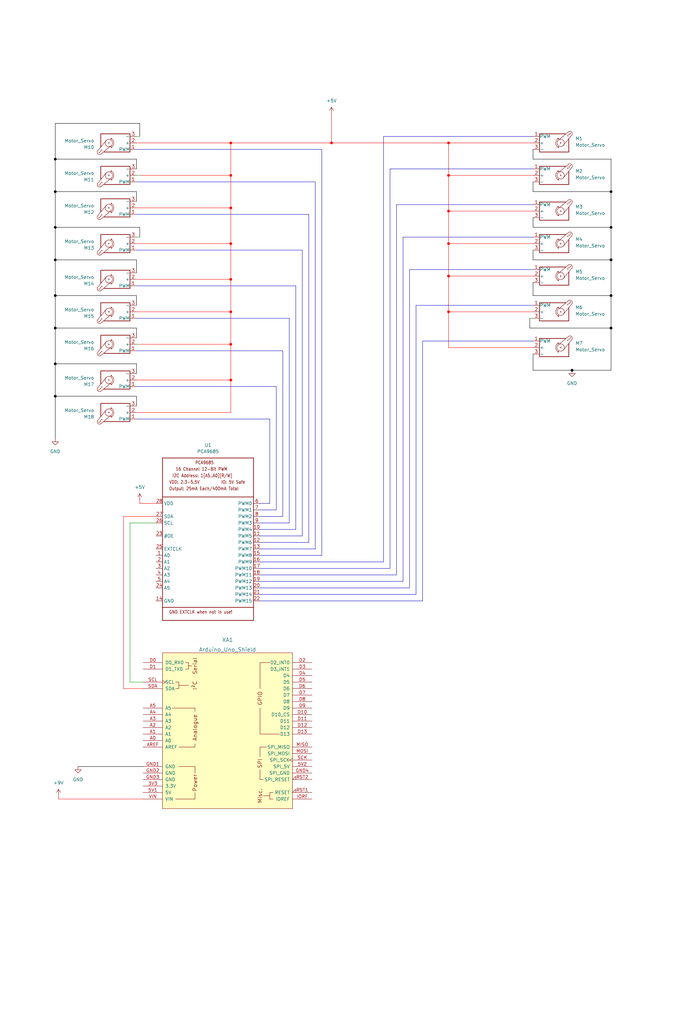
<source format=kicad_sch>
(kicad_sch (version 20211123) (generator eeschema)
  (paper "User" 270.002 399.999)
  (lib_symbols
    (symbol "Motor:Motor_Servo" (pin_names (offset 0.0254))
      (property "Reference" "M" (at -5.08 4.445 0))
      (property "Value" "Motor_Servo" (at -5.08 -4.064 0))
      (symbol "Motor_Servo_0_1"
        (polyline (pts (xy 2.413 -1.778) (xy 2.032 -1.778)))
        (polyline (pts (xy 2.413 -1.778) (xy 2.286 -1.397)))
        (polyline (pts (xy 2.413 1.778) (xy 1.905 1.778)))
        (polyline (pts (xy 2.413 1.778) (xy 2.286 1.397)))
        (polyline (pts (xy 6.35 4.445) (xy 2.54 1.27)))
        (polyline (pts (xy 7.62 3.175) (xy 4.191 -1.016)))
        (polyline (pts (xy 5.08 3.556) (xy -5.08 3.556) (xy -5.08 -3.556) (xy 6.35 -3.556) (xy 6.35 1.524)) (stroke (width 0.254)))
        (arc (start 2.413 1.778) (mid 1.2406 0) (end 2.413 -1.778))
        (circle (center 3.175 0) (radius 0.1778))
        (circle (center 3.175 0) (radius 1.4224))
        (circle (center 5.969 2.794) (radius 0.127))
        (circle (center 6.477 3.302) (radius 0.127))
        (circle (center 6.985 3.81) (radius 0.127))
        (arc (start 7.62 3.175) (mid 7.4485 4.2735) (end 6.35 4.445))
      )
      (symbol "Motor_Servo_1_1"
        (pin passive line (at -7.62 2.54 0) (length 2.54) (name "PWM") (number "1"))
        (pin passive line (at -7.62 0 0) (length 2.54) (name "+") (number "2"))
        (pin passive line (at -7.62 -2.54 0) (length 2.54) (name "-") (number "3"))
      )
    )
    (symbol "PWM:PCA9685"
      (property "Reference" "U" (at 0 0 0))
      (property "Value" "PCA9685" (at 0 0 0))
      (symbol "PCA9685_1_0"
        (polyline (pts (xy -16.51 1.27) (xy -16.51 6.35)) (stroke (width 0.254)))
        (polyline (pts (xy -16.51 6.35) (xy -16.51 49.53)) (stroke (width 0.254)))
        (polyline (pts (xy -16.51 6.35) (xy 19.05 6.35)) (stroke (width 0.254)))
        (polyline (pts (xy -16.51 49.53) (xy -16.51 64.77)) (stroke (width 0.254)))
        (polyline (pts (xy -16.51 49.53) (xy 19.05 49.53)) (stroke (width 0.254)))
        (polyline (pts (xy -16.51 64.77) (xy 19.05 64.77)) (stroke (width 0.254)))
        (polyline (pts (xy 19.05 1.27) (xy -16.51 1.27)) (stroke (width 0.254)))
        (polyline (pts (xy 19.05 49.53) (xy 19.05 1.27)) (stroke (width 0.254)))
        (polyline (pts (xy 19.05 49.53) (xy 19.05 64.77)) (stroke (width 0.254)))
        (text "16 Channel 12-Bit PWM" (at -11.43 59.69 0) (effects (font (size 1.27 1.0795)) (justify left bottom)))
        (text "GND EXTCLK when not in use!" (at -13.97 3.81 0) (effects (font (size 1.27 1.0795)) (justify left bottom)))
        (text "I2C Address: 1[A5..A0][R/W]" (at -12.7 57.15 0) (effects (font (size 1.27 1.0795)) (justify left bottom)))
        (text "IO: 5V Safe" (at 6.35 54.61 0) (effects (font (size 1.27 1.0795)) (justify left bottom)))
        (text "Output: 25mA Each/400mA Total" (at -13.97 52.07 0) (effects (font (size 1.27 1.0795)) (justify left bottom)))
        (text "PCA9685" (at -3.81 62.23 0) (effects (font (size 1.27 1.0795)) (justify left bottom)))
        (text "VDD: 2.3-5.5V" (at -13.97 54.61 0) (effects (font (size 1.27 1.0795)) (justify left bottom)))
        (pin bidirectional line (at -19.05 26.67 0) (length 2.54) (name "A0") (number "1"))
        (pin output line (at 21.59 36.83 180) (length 2.54) (name "PWM4") (number "10"))
        (pin output line (at 21.59 34.29 180) (length 2.54) (name "PWM5") (number "11"))
        (pin output line (at 21.59 31.75 180) (length 2.54) (name "PWM6") (number "12"))
        (pin output line (at 21.59 29.21 180) (length 2.54) (name "PWM7") (number "13"))
        (pin power_in line (at -19.05 8.89 0) (length 2.54) (name "GND") (number "14"))
        (pin output line (at 21.59 26.67 180) (length 2.54) (name "PWM8") (number "15"))
        (pin output line (at 21.59 24.13 180) (length 2.54) (name "PWM9") (number "16"))
        (pin output line (at 21.59 21.59 180) (length 2.54) (name "PWM10") (number "17"))
        (pin output line (at 21.59 19.05 180) (length 2.54) (name "PWM11") (number "18"))
        (pin output line (at 21.59 16.51 180) (length 2.54) (name "PWM12") (number "19"))
        (pin bidirectional line (at -19.05 24.13 0) (length 2.54) (name "A1") (number "2"))
        (pin output line (at 21.59 13.97 180) (length 2.54) (name "PWM13") (number "20"))
        (pin output line (at 21.59 11.43 180) (length 2.54) (name "PWM14") (number "21"))
        (pin output line (at 21.59 8.89 180) (length 2.54) (name "PWM15") (number "22"))
        (pin input line (at -19.05 34.29 0) (length 2.54) (name "#OE") (number "23"))
        (pin bidirectional line (at -19.05 13.97 0) (length 2.54) (name "A5") (number "24"))
        (pin input line (at -19.05 29.21 0) (length 2.54) (name "EXTCLK") (number "25"))
        (pin bidirectional line (at -19.05 39.37 0) (length 2.54) (name "SCL") (number "26"))
        (pin bidirectional line (at -19.05 41.91 0) (length 2.54) (name "SDA") (number "27"))
        (pin power_in line (at -19.05 46.99 0) (length 2.54) (name "VDD") (number "28"))
        (pin bidirectional line (at -19.05 21.59 0) (length 2.54) (name "A2") (number "3"))
        (pin bidirectional line (at -19.05 19.05 0) (length 2.54) (name "A3") (number "4"))
        (pin bidirectional line (at -19.05 16.51 0) (length 2.54) (name "A4") (number "5"))
        (pin output line (at 21.59 46.99 180) (length 2.54) (name "PWM0") (number "6"))
        (pin output line (at 21.59 44.45 180) (length 2.54) (name "PWM1") (number "7"))
        (pin output line (at 21.59 41.91 180) (length 2.54) (name "PWM2") (number "8"))
        (pin output line (at 21.59 39.37 180) (length 2.54) (name "PWM3") (number "9"))
      )
    )
    (symbol "arduino:Arduino_Uno_Shield" (pin_names (offset 1.016))
      (property "Reference" "XA" (at 2.54 0 90))
      (property "Value" "Arduino_Uno_Shield" (at -2.54 0 90))
      (symbol "Arduino_Uno_Shield_0_0"
        (rectangle (start -25.4 30.48) (end 25.4 -30.48) (fill (type background)))
        (rectangle (start -20.32 -26.67) (end -12.7 -26.67))
        (rectangle (start -19.05 -13.97) (end -12.7 -13.97))
        (polyline (pts (xy -19.05 17.78) (xy -15.24 17.78)))
        (polyline (pts (xy -15.24 25.4) (xy -13.97 25.4)))
        (polyline (pts (xy -12.7 -26.67) (xy -12.7 -24.13)))
        (polyline (pts (xy -12.7 -15.24) (xy -12.7 -16.51)))
        (polyline (pts (xy -12.7 -13.97) (xy -12.7 -15.24)))
        (polyline (pts (xy -12.7 -5.08) (xy -12.7 -6.35) (xy -19.05 -6.35)))
        (polyline (pts (xy -12.7 7.62) (xy -12.7 8.89) (xy -21.59 8.89)))
        (polyline (pts (xy 12.7 8.89) (xy 12.7 -1.27) (xy 20.32 -1.27)))
        (polyline (pts (xy 12.7 16.51) (xy 12.7 26.67) (xy 16.51 26.67)))
        (polyline (pts (xy -20.32 19.05) (xy -19.05 19.05) (xy -19.05 16.51) (xy -20.32 16.51)))
        (polyline (pts (xy -16.51 26.67) (xy -15.24 26.67) (xy -15.24 24.13) (xy -16.51 24.13)))
        (rectangle (start 12.7 -19.05) (end 12.7 -15.24))
        (rectangle (start 12.7 -10.16) (end 12.7 -6.35))
        (rectangle (start 13.97 -19.05) (end 12.7 -19.05))
        (rectangle (start 15.24 -6.35) (end 12.7 -6.35))
        (rectangle (start 16.51 -25.4) (end 13.97 -25.4))
        (rectangle (start 16.51 -24.13) (end 16.51 -26.67))
        (rectangle (start 17.78 -26.67) (end 16.51 -26.67))
        (rectangle (start 17.78 -24.13) (end 16.51 -24.13))
        (text "Analogue" (at -12.7 1.27 900) (effects (font (size 1.524 1.524))))
        (text "I²C" (at -12.7 17.78 900) (effects (font (size 1.524 1.524))))
        (text "Misc." (at 12.7 -25.4 900) (effects (font (size 1.524 1.524))))
        (text "Power" (at -12.7 -20.32 900) (effects (font (size 1.524 1.524))))
        (text "Serial" (at -12.7 25.4 900) (effects (font (size 1.524 1.524))))
        (text "SPI" (at 12.7 -12.7 900) (effects (font (size 1.524 1.524))))
      )
      (symbol "Arduino_Uno_Shield_1_0"
        (text "GPIO" (at 12.7 12.7 900) (effects (font (size 1.524 1.524))))
      )
      (symbol "Arduino_Uno_Shield_1_1"
        (pin power_out line (at -33.02 -21.59 0) (length 7.62) (name "3.3V") (number "3V3"))
        (pin power_in line (at -33.02 -24.13 0) (length 7.62) (name "5V") (number "5V1"))
        (pin power_in line (at 33.02 -13.97 180) (length 7.62) (name "SPI_5V") (number "5V2"))
        (pin bidirectional line (at -33.02 -3.81 0) (length 7.62) (name "A0") (number "A0"))
        (pin bidirectional line (at -33.02 -1.27 0) (length 7.62) (name "A1") (number "A1"))
        (pin bidirectional line (at -33.02 1.27 0) (length 7.62) (name "A2") (number "A2"))
        (pin bidirectional line (at -33.02 3.81 0) (length 7.62) (name "A3") (number "A3"))
        (pin bidirectional line (at -33.02 6.35 0) (length 7.62) (name "A4") (number "A4"))
        (pin bidirectional line (at -33.02 8.89 0) (length 7.62) (name "A5") (number "A5"))
        (pin input line (at -33.02 -6.35 0) (length 7.62) (name "AREF") (number "AREF"))
        (pin bidirectional line (at -33.02 26.67 0) (length 7.62) (name "D0_RX0") (number "D0"))
        (pin bidirectional line (at -33.02 24.13 0) (length 7.62) (name "D1_TX0") (number "D1"))
        (pin bidirectional line (at 33.02 6.35 180) (length 7.62) (name "D10_CS") (number "D10"))
        (pin bidirectional line (at 33.02 3.81 180) (length 7.62) (name "D11") (number "D11"))
        (pin bidirectional line (at 33.02 1.27 180) (length 7.62) (name "D12") (number "D12"))
        (pin bidirectional line (at 33.02 -1.27 180) (length 7.62) (name "D13") (number "D13"))
        (pin bidirectional line (at 33.02 26.67 180) (length 7.62) (name "D2_INT0") (number "D2"))
        (pin bidirectional line (at 33.02 24.13 180) (length 7.62) (name "D3_INT1") (number "D3"))
        (pin bidirectional line (at 33.02 21.59 180) (length 7.62) (name "D4") (number "D4"))
        (pin bidirectional line (at 33.02 19.05 180) (length 7.62) (name "D5") (number "D5"))
        (pin bidirectional line (at 33.02 16.51 180) (length 7.62) (name "D6") (number "D6"))
        (pin bidirectional line (at 33.02 13.97 180) (length 7.62) (name "D7") (number "D7"))
        (pin bidirectional line (at 33.02 11.43 180) (length 7.62) (name "D8") (number "D8"))
        (pin bidirectional line (at 33.02 8.89 180) (length 7.62) (name "D9") (number "D9"))
        (pin power_in line (at -33.02 -13.97 0) (length 7.62) (name "GND") (number "GND1"))
        (pin power_in line (at -33.02 -16.51 0) (length 7.62) (name "GND") (number "GND2"))
        (pin power_in line (at -33.02 -19.05 0) (length 7.62) (name "GND") (number "GND3"))
        (pin power_in line (at 33.02 -16.51 180) (length 7.62) (name "SPI_GND") (number "GND4"))
        (pin output line (at 33.02 -26.67 180) (length 7.62) (name "IOREF") (number "IORF"))
        (pin input line (at 33.02 -6.35 180) (length 7.62) (name "SPI_MISO") (number "MISO"))
        (pin output line (at 33.02 -8.89 180) (length 7.62) (name "SPI_MOSI") (number "MOSI"))
        (pin open_collector input_low (at 33.02 -24.13 180) (length 7.62) (name "RESET") (number "RST1"))
        (pin open_collector input_low (at 33.02 -19.05 180) (length 7.62) (name "SPI_RESET") (number "RST2"))
        (pin output clock (at 33.02 -11.43 180) (length 7.62) (name "SPI_SCK") (number "SCK"))
        (pin bidirectional clock (at -33.02 19.05 0) (length 7.62) (name "SCL") (number "SCL"))
        (pin bidirectional line (at -33.02 16.51 0) (length 7.62) (name "SDA") (number "SDA"))
        (pin power_in line (at -33.02 -26.67 0) (length 7.62) (name "VIN") (number "VIN"))
      )
    )
    (symbol "power:+5V" (power) (pin_names (offset 0))
      (property "Value" "+5V" (at 0 3.556 0))
      (symbol "+5V_0_1"
        (polyline (pts (xy -0.762 1.27) (xy 0 2.54)))
        (polyline (pts (xy 0 0) (xy 0 2.54)))
        (polyline (pts (xy 0 2.54) (xy 0.762 1.27)))
      )
      (symbol "+5V_1_1"
        (pin power_in line (at 0 0 90) (length 0) hide (name "+5V") (number "1"))
      )
    )
    (symbol "power:+9V" (power) (pin_names (offset 0))
      (property "Value" "+9V" (at 0 3.556 0))
      (symbol "+9V_0_1"
        (polyline (pts (xy -0.762 1.27) (xy 0 2.54)))
        (polyline (pts (xy 0 0) (xy 0 2.54)))
        (polyline (pts (xy 0 2.54) (xy 0.762 1.27)))
      )
      (symbol "+9V_1_1"
        (pin power_in line (at 0 0 90) (length 0) hide (name "+9V") (number "1"))
      )
    )
    (symbol "power:GND" (power) (pin_names (offset 0))
      (property "Value" "GND" (at 0 -3.81 0))
      (symbol "GND_0_1"
        (polyline (pts (xy 0 0) (xy 0 -1.27) (xy 1.27 -1.27) (xy 0 -2.54) (xy -1.27 -1.27) (xy 0 -1.27)))
      )
      (symbol "GND_1_1"
        (pin power_in line (at 0 0 270) (length 0) hide (name "GND") (number "1"))
      )
    )
  )
  (junction (at 90.17 109.22) (color 255 0 0 1))
  (junction (at 90.17 148.59) (color 255 0 0 1))
  (junction (at 21.59 128.27) (color 0 0 0 1))
  (junction (at 129.54 55.88) (color 255 0 0 1))
  (junction (at 90.17 134.62) (color 255 0 0 1))
  (junction (at 175.26 55.88) (color 255 0 0 1))
  (junction (at 238.76 74.93) (color 0 0 0 1))
  (junction (at 90.17 55.88) (color 255 0 0 1))
  (junction (at 90.17 95.25) (color 255 0 0 1))
  (junction (at 21.59 88.9) (color 0 0 0 1))
  (junction (at 21.59 101.6) (color 0 0 0 1))
  (junction (at 238.76 88.9) (color 0 0 0 1))
  (junction (at 223.52 144.78) (color 0 0 0 1))
  (junction (at 175.26 68.58) (color 255 0 0 1))
  (junction (at 90.17 68.58) (color 255 0 0 1))
  (junction (at 21.59 74.93) (color 0 0 0 1))
  (junction (at 21.59 62.23) (color 0 0 0 1))
  (junction (at 175.26 121.92) (color 255 0 0 1))
  (junction (at 238.76 101.6) (color 0 0 0 1))
  (junction (at 238.76 128.27) (color 0 0 0 1))
  (junction (at 21.59 154.94) (color 0 0 0 1))
  (junction (at 175.26 82.55) (color 255 0 0 1))
  (junction (at 90.17 81.28) (color 255 0 0 1))
  (junction (at 21.59 142.24) (color 0 0 0 1))
  (junction (at 175.26 95.25) (color 255 0 0 1))
  (junction (at 175.26 107.95) (color 255 0 0 1))
  (junction (at 90.17 121.92) (color 255 0 0 1))
  (junction (at 21.59 115.57) (color 0 0 0 1))
  (junction (at 238.76 115.57) (color 0 0 0 1))
  (wire (pts (xy 101.6 217.17) (xy 125.73 217.17)) (stroke (width 0) (color 0 0 194 1)))
  (wire (pts (xy 21.59 62.23) (xy 21.59 74.93)) (stroke (width 0) (color 0 0 0 1)))
  (wire (pts (xy 175.26 95.25) (xy 175.26 107.95)) (stroke (width 0) (color 255 0 0 1)))
  (wire (pts (xy 53.34 148.59) (xy 90.17 148.59)) (stroke (width 0) (color 255 0 0 1)))
  (wire (pts (xy 21.59 48.26) (xy 21.59 62.23)) (stroke (width 0) (color 0 0 0 1)))
  (wire (pts (xy 101.6 214.63) (xy 123.19 214.63)) (stroke (width 0) (color 0 0 194 1)))
  (wire (pts (xy 53.34 92.71) (xy 54.61 92.71)))
  (wire (pts (xy 207.01 124.46) (xy 207.01 128.27)) (stroke (width 0) (color 0 0 0 1)))
  (wire (pts (xy 208.28 119.38) (xy 162.56 119.38)) (stroke (width 0) (color 0 0 194 1)))
  (wire (pts (xy 90.17 134.62) (xy 90.17 121.92)) (stroke (width 0) (color 255 0 0 1)))
  (wire (pts (xy 105.41 163.83) (xy 53.34 163.83)) (stroke (width 0) (color 0 0 194 1)))
  (wire (pts (xy 175.26 82.55) (xy 175.26 95.25)) (stroke (width 0) (color 255 0 0 1)))
  (wire (pts (xy 208.28 68.58) (xy 175.26 68.58)) (stroke (width 0) (color 255 0 0 1)))
  (wire (pts (xy 101.6 196.85) (xy 105.41 196.85)) (stroke (width 0) (color 0 0 194 1)))
  (wire (pts (xy 208.28 62.23) (xy 238.76 62.23)) (stroke (width 0) (color 0 0 0 1)))
  (wire (pts (xy 238.76 115.57) (xy 238.76 128.27)) (stroke (width 0) (color 0 0 0 1)))
  (wire (pts (xy 53.34 132.08) (xy 53.34 128.27)) (stroke (width 0) (color 0 0 0 1)))
  (wire (pts (xy 60.96 201.93) (xy 48.26 201.93)) (stroke (width 0) (color 255 0 0 1)))
  (wire (pts (xy 53.34 106.68) (xy 53.34 101.6)) (stroke (width 0) (color 0 0 0 1)))
  (wire (pts (xy 54.61 134.62) (xy 53.34 134.62)))
  (wire (pts (xy 208.28 85.09) (xy 208.28 88.9)) (stroke (width 0) (color 0 0 0 1)))
  (wire (pts (xy 238.76 128.27) (xy 238.76 144.78)) (stroke (width 0) (color 0 0 0 1)))
  (wire (pts (xy 53.34 161.29) (xy 90.17 161.29)) (stroke (width 0) (color 255 0 0 1)))
  (wire (pts (xy 101.6 212.09) (xy 120.65 212.09)) (stroke (width 0) (color 0 0 194 1)))
  (wire (pts (xy 101.6 209.55) (xy 118.11 209.55)) (stroke (width 0) (color 0 0 194 1)))
  (wire (pts (xy 21.59 88.9) (xy 21.59 101.6)) (stroke (width 0) (color 0 0 0 1)))
  (wire (pts (xy 110.49 137.16) (xy 53.34 137.16)) (stroke (width 0) (color 0 0 194 1)))
  (wire (pts (xy 208.28 124.46) (xy 207.01 124.46)))
  (wire (pts (xy 208.28 115.57) (xy 238.76 115.57)) (stroke (width 0) (color 0 0 0 1)))
  (wire (pts (xy 90.17 68.58) (xy 90.17 55.88)) (stroke (width 0) (color 255 0 0 1)))
  (wire (pts (xy 175.26 107.95) (xy 175.26 121.92)) (stroke (width 0) (color 255 0 0 1)))
  (wire (pts (xy 21.59 88.9) (xy 54.61 88.9)) (stroke (width 0) (color 0 0 0 1)))
  (wire (pts (xy 113.03 124.46) (xy 53.34 124.46)) (stroke (width 0) (color 0 0 194 1)))
  (wire (pts (xy 54.61 92.71) (xy 54.61 88.9)) (stroke (width 0) (color 0 0 0 1)))
  (wire (pts (xy 110.49 201.93) (xy 110.49 137.16)) (stroke (width 0) (color 0 0 194 1)))
  (wire (pts (xy 90.17 161.29) (xy 90.17 148.59)) (stroke (width 0) (color 255 0 0 1)))
  (wire (pts (xy 21.59 74.93) (xy 21.59 88.9)) (stroke (width 0) (color 0 0 0 1)))
  (wire (pts (xy 101.6 234.95) (xy 165.1 234.95)) (stroke (width 0) (color 0 0 194 1)))
  (wire (pts (xy 152.4 66.04) (xy 208.28 66.04)) (stroke (width 0) (color 0 0 194 1)))
  (wire (pts (xy 175.26 107.95) (xy 208.28 107.95)) (stroke (width 0) (color 255 0 0 1)))
  (wire (pts (xy 223.52 144.78) (xy 208.28 144.78)) (stroke (width 0) (color 0 0 0 1)))
  (wire (pts (xy 90.17 109.22) (xy 90.17 95.25)) (stroke (width 0) (color 255 0 0 1)))
  (wire (pts (xy 90.17 68.58) (xy 54.61 68.58)) (stroke (width 0) (color 255 0 0 1)))
  (wire (pts (xy 208.28 58.42) (xy 208.28 62.23)) (stroke (width 0) (color 0 0 0 1)))
  (wire (pts (xy 21.59 62.23) (xy 53.34 62.23)) (stroke (width 0) (color 0 0 0 1)))
  (wire (pts (xy 208.28 88.9) (xy 238.76 88.9)) (stroke (width 0) (color 0 0 0 1)))
  (wire (pts (xy 21.59 154.94) (xy 21.59 171.45)) (stroke (width 0) (color 0 0 0 1)))
  (wire (pts (xy 101.6 201.93) (xy 110.49 201.93)) (stroke (width 0) (color 0 0 194 1)))
  (wire (pts (xy 53.34 81.28) (xy 90.17 81.28)) (stroke (width 0) (color 255 0 0 1)))
  (wire (pts (xy 53.34 78.74) (xy 53.34 74.93)) (stroke (width 0) (color 0 0 0 1)))
  (wire (pts (xy 50.8 266.7) (xy 55.88 266.7)))
  (wire (pts (xy 175.26 95.25) (xy 208.28 95.25)) (stroke (width 0) (color 255 0 0 1)))
  (wire (pts (xy 175.26 68.58) (xy 175.26 82.55)) (stroke (width 0) (color 255 0 0 1)))
  (wire (pts (xy 125.73 58.42) (xy 53.34 58.42)) (stroke (width 0) (color 0 0 194 1)))
  (wire (pts (xy 149.86 219.71) (xy 149.86 53.34)) (stroke (width 0) (color 0 0 194 1)))
  (wire (pts (xy 90.17 95.25) (xy 53.34 95.25)) (stroke (width 0) (color 255 0 0 1)))
  (wire (pts (xy 129.54 44.45) (xy 129.54 55.88)) (stroke (width 0) (color 255 0 0 1)))
  (wire (pts (xy 21.59 142.24) (xy 21.59 154.94)) (stroke (width 0) (color 0 0 0 1)))
  (wire (pts (xy 175.26 82.55) (xy 208.28 82.55)) (stroke (width 0) (color 255 0 0 1)))
  (wire (pts (xy 238.76 101.6) (xy 238.76 115.57)) (stroke (width 0) (color 0 0 0 1)))
  (wire (pts (xy 175.26 121.92) (xy 175.26 135.89)) (stroke (width 0) (color 255 0 0 1)))
  (wire (pts (xy 165.1 234.95) (xy 165.1 133.35)) (stroke (width 0) (color 0 0 194 1)))
  (wire (pts (xy 208.28 135.89) (xy 175.26 135.89)) (stroke (width 0) (color 255 0 0 1)))
  (wire (pts (xy 129.54 55.88) (xy 175.26 55.88)) (stroke (width 0) (color 255 0 0 1)))
  (wire (pts (xy 154.94 80.01) (xy 208.28 80.01)) (stroke (width 0) (color 0 0 194 1)))
  (wire (pts (xy 21.59 142.24) (xy 53.34 142.24)) (stroke (width 0) (color 0 0 0 1)))
  (wire (pts (xy 118.11 209.55) (xy 118.11 97.79)) (stroke (width 0) (color 0 0 194 1)))
  (wire (pts (xy 107.95 199.39) (xy 107.95 151.13)) (stroke (width 0) (color 0 0 194 1)))
  (wire (pts (xy 21.59 101.6) (xy 21.59 115.57)) (stroke (width 0) (color 0 0 0 1)))
  (wire (pts (xy 90.17 109.22) (xy 53.34 109.22)) (stroke (width 0) (color 255 0 0 1)))
  (wire (pts (xy 90.17 134.62) (xy 54.61 134.62)) (stroke (width 0) (color 255 0 0 1)))
  (wire (pts (xy 120.65 83.82) (xy 53.34 83.82)) (stroke (width 0) (color 0 0 194 1)))
  (wire (pts (xy 101.6 204.47) (xy 113.03 204.47)) (stroke (width 0) (color 0 0 194 1)))
  (wire (pts (xy 101.6 227.33) (xy 157.48 227.33)) (stroke (width 0) (color 0 0 194 1)))
  (wire (pts (xy 53.34 119.38) (xy 53.34 115.57)) (stroke (width 0) (color 0 0 0 1)))
  (wire (pts (xy 113.03 204.47) (xy 113.03 124.46)) (stroke (width 0) (color 0 0 194 1)))
  (wire (pts (xy 107.95 151.13) (xy 53.34 151.13)) (stroke (width 0) (color 0 0 194 1)))
  (wire (pts (xy 207.01 128.27) (xy 238.76 128.27)) (stroke (width 0) (color 0 0 0 1)))
  (wire (pts (xy 165.1 133.35) (xy 208.28 133.35)) (stroke (width 0) (color 0 0 194 1)))
  (wire (pts (xy 90.17 81.28) (xy 90.17 68.58)) (stroke (width 0) (color 255 0 0 1)))
  (wire (pts (xy 50.8 204.47) (xy 60.96 204.47)))
  (wire (pts (xy 162.56 232.41) (xy 101.6 232.41)) (stroke (width 0) (color 0 0 194 1)))
  (wire (pts (xy 53.34 146.05) (xy 53.34 142.24)) (stroke (width 0) (color 0 0 0 1)))
  (wire (pts (xy 208.28 74.93) (xy 238.76 74.93)) (stroke (width 0) (color 0 0 0 1)))
  (wire (pts (xy 123.19 214.63) (xy 123.19 71.12)) (stroke (width 0) (color 0 0 194 1)))
  (wire (pts (xy 115.57 207.01) (xy 115.57 111.76)) (stroke (width 0) (color 0 0 194 1)))
  (wire (pts (xy 30.48 299.72) (xy 55.88 299.72)) (stroke (width 0) (color 0 0 0 1)))
  (wire (pts (xy 90.17 121.92) (xy 53.34 121.92)) (stroke (width 0) (color 255 0 0 1)))
  (wire (pts (xy 21.59 101.6) (xy 53.34 101.6)) (stroke (width 0) (color 0 0 0 1)))
  (wire (pts (xy 54.61 68.58) (xy 53.34 68.58)))
  (wire (pts (xy 101.6 219.71) (xy 149.86 219.71)) (stroke (width 0) (color 0 0 194 1)))
  (wire (pts (xy 54.61 195.58) (xy 54.61 196.85)) (stroke (width 0) (color 255 0 0 1)))
  (wire (pts (xy 208.28 138.43) (xy 208.28 144.78)) (stroke (width 0) (color 0 0 0 1)))
  (wire (pts (xy 21.59 115.57) (xy 53.34 115.57)) (stroke (width 0) (color 0 0 0 1)))
  (wire (pts (xy 115.57 111.76) (xy 53.34 111.76)) (stroke (width 0) (color 0 0 194 1)))
  (wire (pts (xy 54.61 48.26) (xy 54.61 53.34)) (stroke (width 0) (color 0 0 0 1)))
  (wire (pts (xy 238.76 88.9) (xy 238.76 101.6)) (stroke (width 0) (color 0 0 0 1)))
  (wire (pts (xy 154.94 224.79) (xy 154.94 80.01)) (stroke (width 0) (color 0 0 194 1)))
  (wire (pts (xy 101.6 222.25) (xy 152.4 222.25)) (stroke (width 0) (color 0 0 194 1)))
  (wire (pts (xy 50.8 266.7) (xy 50.8 204.47)))
  (wire (pts (xy 90.17 55.88) (xy 53.34 55.88)) (stroke (width 0) (color 255 0 0 1)))
  (wire (pts (xy 238.76 144.78) (xy 223.52 144.78)) (stroke (width 0) (color 0 0 0 1)))
  (wire (pts (xy 101.6 199.39) (xy 107.95 199.39)) (stroke (width 0) (color 0 0 194 1)))
  (wire (pts (xy 120.65 212.09) (xy 120.65 83.82)) (stroke (width 0) (color 0 0 194 1)))
  (wire (pts (xy 21.59 115.57) (xy 21.59 128.27)) (stroke (width 0) (color 0 0 0 1)))
  (wire (pts (xy 53.34 53.34) (xy 54.61 53.34)))
  (wire (pts (xy 175.26 55.88) (xy 208.28 55.88)) (stroke (width 0) (color 255 0 0 1)))
  (wire (pts (xy 123.19 71.12) (xy 53.34 71.12)) (stroke (width 0) (color 0 0 194 1)))
  (wire (pts (xy 48.26 201.93) (xy 48.26 269.24)) (stroke (width 0) (color 255 0 0 1)))
  (wire (pts (xy 208.28 71.12) (xy 208.28 74.93)) (stroke (width 0) (color 0 0 0 1)))
  (wire (pts (xy 22.86 312.42) (xy 55.88 312.42)) (stroke (width 0) (color 255 0 0 1)))
  (wire (pts (xy 54.61 196.85) (xy 60.96 196.85)) (stroke (width 0) (color 255 0 0 1)))
  (wire (pts (xy 22.86 311.15) (xy 22.86 312.42)) (stroke (width 0) (color 255 0 0 1)))
  (wire (pts (xy 21.59 74.93) (xy 53.34 74.93)) (stroke (width 0) (color 0 0 0 1)))
  (wire (pts (xy 21.59 154.94) (xy 53.34 154.94)) (stroke (width 0) (color 0 0 0 1)))
  (wire (pts (xy 21.59 128.27) (xy 53.34 128.27)) (stroke (width 0) (color 0 0 0 1)))
  (wire (pts (xy 160.02 105.41) (xy 208.28 105.41)) (stroke (width 0) (color 0 0 194 1)))
  (wire (pts (xy 118.11 97.79) (xy 53.34 97.79)) (stroke (width 0) (color 0 0 194 1)))
  (wire (pts (xy 157.48 92.71) (xy 208.28 92.71)) (stroke (width 0) (color 0 0 194 1)))
  (wire (pts (xy 162.56 119.38) (xy 162.56 232.41)) (stroke (width 0) (color 0 0 194 1)))
  (wire (pts (xy 175.26 55.88) (xy 175.26 68.58)) (stroke (width 0) (color 255 0 0 1)))
  (wire (pts (xy 90.17 121.92) (xy 90.17 109.22)) (stroke (width 0) (color 255 0 0 1)))
  (wire (pts (xy 53.34 158.75) (xy 53.34 154.94)) (stroke (width 0) (color 0 0 0 1)))
  (wire (pts (xy 21.59 128.27) (xy 21.59 142.24)) (stroke (width 0) (color 0 0 0 1)))
  (wire (pts (xy 208.28 97.79) (xy 208.28 101.6)) (stroke (width 0) (color 0 0 0 1)))
  (wire (pts (xy 101.6 224.79) (xy 154.94 224.79)) (stroke (width 0) (color 0 0 194 1)))
  (wire (pts (xy 90.17 148.59) (xy 90.17 134.62)) (stroke (width 0) (color 255 0 0 1)))
  (wire (pts (xy 208.28 110.49) (xy 208.28 115.57)) (stroke (width 0) (color 0 0 0 1)))
  (wire (pts (xy 48.26 269.24) (xy 55.88 269.24)) (stroke (width 0) (color 255 0 0 1)))
  (wire (pts (xy 125.73 217.17) (xy 125.73 58.42)) (stroke (width 0) (color 0 0 194 1)))
  (wire (pts (xy 175.26 121.92) (xy 208.28 121.92)) (stroke (width 0) (color 255 0 0 1)))
  (wire (pts (xy 101.6 229.87) (xy 160.02 229.87)) (stroke (width 0) (color 0 0 194 1)))
  (wire (pts (xy 157.48 227.33) (xy 157.48 92.71)) (stroke (width 0) (color 0 0 194 1)))
  (wire (pts (xy 238.76 62.23) (xy 238.76 74.93)) (stroke (width 0) (color 0 0 0 1)))
  (wire (pts (xy 90.17 55.88) (xy 129.54 55.88)) (stroke (width 0) (color 255 0 0 1)))
  (wire (pts (xy 53.34 66.04) (xy 53.34 62.23)) (stroke (width 0) (color 0 0 0 1)))
  (wire (pts (xy 160.02 229.87) (xy 160.02 105.41)) (stroke (width 0) (color 0 0 194 1)))
  (wire (pts (xy 149.86 53.34) (xy 208.28 53.34)) (stroke (width 0) (color 0 0 194 1)))
  (wire (pts (xy 90.17 95.25) (xy 90.17 81.28)) (stroke (width 0) (color 255 0 0 1)))
  (wire (pts (xy 101.6 207.01) (xy 115.57 207.01)) (stroke (width 0) (color 0 0 194 1)))
  (wire (pts (xy 21.59 48.26) (xy 54.61 48.26)) (stroke (width 0) (color 0 0 0 1)))
  (wire (pts (xy 105.41 196.85) (xy 105.41 163.83)) (stroke (width 0) (color 0 0 194 1)))
  (wire (pts (xy 152.4 222.25) (xy 152.4 66.04)) (stroke (width 0) (color 0 0 194 1)))
  (wire (pts (xy 208.28 101.6) (xy 238.76 101.6)) (stroke (width 0) (color 0 0 0 1)))
  (wire (pts (xy 238.76 74.93) (xy 238.76 88.9)) (stroke (width 0) (color 0 0 0 1)))
  (symbol (lib_id "Motor:Motor_Servo") (at 215.9 55.88 0) (unit 1)
    (property "Reference" "M1" (at 224.79 54.1765 0) (effects (justify left)))
    (property "Value" "Motor_Servo" (at 224.79 56.7165 0) (effects (justify left)))
    (property "Datasheet" "http://forums.parallax.com/uploads/attachments/46831/74481.png" (effects hide))
  )
  (symbol (lib_id "Motor:Motor_Servo") (at 45.72 161.29 180) (unit 1)
    (property "Reference" "M18" (at 36.83 162.9935 0) (effects (justify left)))
    (property "Value" "Motor_Servo" (at 36.83 160.4535 0) (effects (justify left)))
    (property "Datasheet" "http://forums.parallax.com/uploads/attachments/46831/74481.png" (effects hide))
  )
  (symbol (lib_id "Motor:Motor_Servo") (at 45.72 134.62 180) (unit 1)
    (property "Reference" "M16" (at 36.83 136.3235 0) (effects (justify left)))
    (property "Value" "Motor_Servo" (at 36.83 133.7835 0) (effects (justify left)))
    (property "Datasheet" "http://forums.parallax.com/uploads/attachments/46831/74481.png" (effects hide))
  )
  (symbol (lib_id "Motor:Motor_Servo") (at 45.72 68.58 180) (unit 1)
    (property "Reference" "M11" (at 36.83 70.2835 0) (effects (justify left)))
    (property "Value" "Motor_Servo" (at 36.83 67.7435 0) (effects (justify left)))
    (property "Datasheet" "http://forums.parallax.com/uploads/attachments/46831/74481.png" (effects hide))
  )
  (symbol (lib_id "power:GND") (at 223.52 144.78 0) (unit 1)
    (property "Reference" "#PWR03" (effects hide))
    (property "Value" "GND" (at 223.52 149.86 0))
  )
  (symbol (lib_id "Motor:Motor_Servo") (at 215.9 135.89 0) (unit 1)
    (property "Reference" "M7" (at 224.79 134.1865 0) (effects (justify left)))
    (property "Value" "Motor_Servo" (at 224.79 136.7265 0) (effects (justify left)))
    (property "Datasheet" "http://forums.parallax.com/uploads/attachments/46831/74481.png" (effects hide))
  )
  (symbol (lib_id "power:+5V") (at 54.61 195.58 0) (unit 1)
    (property "Reference" "#PWR05" (effects hide))
    (property "Value" "+5V" (at 54.61 190.5 0))
  )
  (symbol (lib_id "Motor:Motor_Servo") (at 45.72 55.88 180) (unit 1)
    (property "Reference" "M10" (at 36.83 57.5835 0) (effects (justify left)))
    (property "Value" "Motor_Servo" (at 36.83 55.0435 0) (effects (justify left)))
    (property "Datasheet" "http://forums.parallax.com/uploads/attachments/46831/74481.png" (effects hide))
  )
  (symbol (lib_id "power:+9V") (at 22.86 311.15 0) (unit 1)
    (property "Reference" "#PWR02" (effects hide))
    (property "Value" "+9V" (at 22.86 306.07 0))
  )
  (symbol (lib_id "Motor:Motor_Servo") (at 215.9 82.55 0) (unit 1)
    (property "Reference" "M3" (at 224.79 80.8465 0) (effects (justify left)))
    (property "Value" "Motor_Servo" (at 224.79 83.3865 0) (effects (justify left)))
    (property "Datasheet" "http://forums.parallax.com/uploads/attachments/46831/74481.png" (effects hide))
  )
  (symbol (lib_id "arduino:Arduino_Uno_Shield") (at 88.9 285.75 0) (unit 1)
    (property "Reference" "XA1" (at 88.9 250.19 0) (effects (font (size 1.524 1.524))))
    (property "Value" "Arduino_Uno_Shield" (at 88.9 254 0) (effects (font (size 1.524 1.524))))
    (property "Footprint" "Arduino_Library:Arduino_Uno_Shield" (effects hide))
    (property "Datasheet" "https://docs.arduino.cc/hardware/uno-rev3" (effects hide))
  )
  (symbol (lib_id "Motor:Motor_Servo") (at 45.72 95.25 180) (unit 1)
    (property "Reference" "M13" (at 36.83 96.9535 0) (effects (justify left)))
    (property "Value" "Motor_Servo" (at 36.83 94.4135 0) (effects (justify left)))
    (property "Datasheet" "http://forums.parallax.com/uploads/attachments/46831/74481.png" (effects hide))
  )
  (symbol (lib_id "power:GND") (at 21.59 171.45 0) (unit 1)
    (property "Reference" "#PWR01" (effects hide))
    (property "Value" "GND" (at 21.59 176.53 0))
  )
  (symbol (lib_id "Motor:Motor_Servo") (at 215.9 95.25 0) (unit 1)
    (property "Reference" "M4" (at 224.79 93.5465 0) (effects (justify left)))
    (property "Value" "Motor_Servo" (at 224.79 96.0865 0) (effects (justify left)))
    (property "Datasheet" "http://forums.parallax.com/uploads/attachments/46831/74481.png" (effects hide))
  )
  (symbol (lib_id "Motor:Motor_Servo") (at 45.72 81.28 180) (unit 1)
    (property "Reference" "M12" (at 36.83 82.9835 0) (effects (justify left)))
    (property "Value" "Motor_Servo" (at 36.83 80.4435 0) (effects (justify left)))
    (property "Datasheet" "http://forums.parallax.com/uploads/attachments/46831/74481.png" (effects hide))
  )
  (symbol (lib_id "Motor:Motor_Servo") (at 45.72 109.22 180) (unit 1)
    (property "Reference" "M14" (at 36.83 110.9235 0) (effects (justify left)))
    (property "Value" "Motor_Servo" (at 36.83 108.3835 0) (effects (justify left)))
    (property "Datasheet" "http://forums.parallax.com/uploads/attachments/46831/74481.png" (effects hide))
  )
  (symbol (lib_id "Motor:Motor_Servo") (at 215.9 121.92 0) (unit 1)
    (property "Reference" "M6" (at 224.79 120.2165 0) (effects (justify left)))
    (property "Value" "Motor_Servo" (at 224.79 122.7565 0) (effects (justify left)))
    (property "Datasheet" "http://forums.parallax.com/uploads/attachments/46831/74481.png" (effects hide))
  )
  (symbol (lib_id "PWM:PCA9685") (at 80.01 243.84 0) (unit 1)
    (property "Reference" "U1" (at 81.28 173.99 0))
    (property "Value" "PCA9685" (at 81.28 176.53 0))
    (property "Datasheet" "https://cdn-shop.adafruit.com/datasheets/PCA9685.pdf" (effects hide))
  )
  (symbol (lib_id "Motor:Motor_Servo") (at 215.9 107.95 0) (unit 1)
    (property "Reference" "M5" (at 224.79 106.2465 0) (effects (justify left)))
    (property "Value" "Motor_Servo" (at 224.79 108.7865 0) (effects (justify left)))
    (property "Datasheet" "http://forums.parallax.com/uploads/attachments/46831/74481.png" (effects hide))
  )
  (symbol (lib_id "Motor:Motor_Servo") (at 45.72 121.92 180) (unit 1)
    (property "Reference" "M15" (at 36.83 123.6235 0) (effects (justify left)))
    (property "Value" "Motor_Servo" (at 36.83 121.0835 0) (effects (justify left)))
    (property "Datasheet" "http://forums.parallax.com/uploads/attachments/46831/74481.png" (effects hide))
  )
  (symbol (lib_id "power:+5V") (at 129.54 44.45 0) (unit 1)
    (property "Reference" "#PWR06" (effects hide))
    (property "Value" "+5V" (at 129.54 39.37 0))
  )
  (symbol (lib_id "Motor:Motor_Servo") (at 215.9 68.58 0) (unit 1)
    (property "Reference" "M2" (at 224.79 66.8765 0) (effects (justify left)))
    (property "Value" "Motor_Servo" (at 224.79 69.4165 0) (effects (justify left)))
    (property "Datasheet" "http://forums.parallax.com/uploads/attachments/46831/74481.png" (effects hide))
  )
  (symbol (lib_id "power:GND") (at 30.48 299.72 0) (unit 1)
    (property "Reference" "#PWR04" (effects hide))
    (property "Value" "GND" (at 30.48 304.8 0))
  )
  (symbol (lib_id "Motor:Motor_Servo") (at 45.72 148.59 180) (unit 1)
    (property "Reference" "M17" (at 36.83 150.2935 0) (effects (justify left)))
    (property "Value" "Motor_Servo" (at 36.83 147.7535 0) (effects (justify left)))
    (property "Datasheet" "http://forums.parallax.com/uploads/attachments/46831/74481.png" (effects hide))
  )
)
</source>
